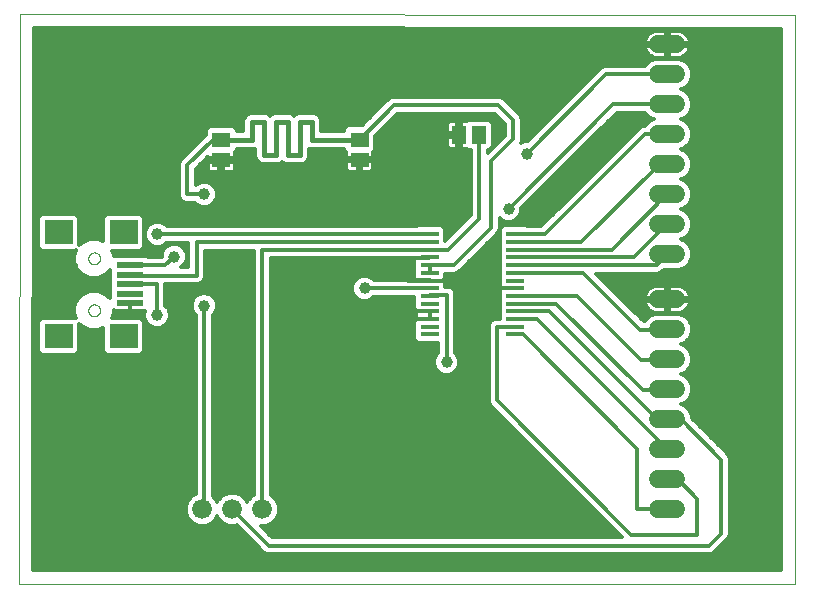
<source format=gtl>
G75*
%MOIN*%
%OFA0B0*%
%FSLAX25Y25*%
%IPPOS*%
%LPD*%
%AMOC8*
5,1,8,0,0,1.08239X$1,22.5*
%
%ADD10C,0.00000*%
%ADD11R,0.05118X0.05906*%
%ADD12R,0.05906X0.05118*%
%ADD13R,0.09449X0.07874*%
%ADD14R,0.09087X0.01969*%
%ADD15R,0.05906X0.01575*%
%ADD16C,0.06600*%
%ADD17C,0.06000*%
%ADD18C,0.01200*%
%ADD19C,0.03962*%
%ADD20C,0.01600*%
D10*
X0018920Y0021620D02*
X0019220Y0211381D01*
X0277301Y0211181D01*
X0277331Y0021640D01*
X0018920Y0021620D01*
X0041868Y0112759D02*
X0041870Y0112847D01*
X0041876Y0112935D01*
X0041886Y0113023D01*
X0041900Y0113111D01*
X0041917Y0113197D01*
X0041939Y0113283D01*
X0041964Y0113367D01*
X0041994Y0113451D01*
X0042026Y0113533D01*
X0042063Y0113613D01*
X0042103Y0113692D01*
X0042147Y0113769D01*
X0042194Y0113844D01*
X0042244Y0113916D01*
X0042298Y0113987D01*
X0042354Y0114054D01*
X0042414Y0114120D01*
X0042476Y0114182D01*
X0042542Y0114242D01*
X0042609Y0114298D01*
X0042680Y0114352D01*
X0042752Y0114402D01*
X0042827Y0114449D01*
X0042904Y0114493D01*
X0042983Y0114533D01*
X0043063Y0114570D01*
X0043145Y0114602D01*
X0043229Y0114632D01*
X0043313Y0114657D01*
X0043399Y0114679D01*
X0043485Y0114696D01*
X0043573Y0114710D01*
X0043661Y0114720D01*
X0043749Y0114726D01*
X0043837Y0114728D01*
X0043925Y0114726D01*
X0044013Y0114720D01*
X0044101Y0114710D01*
X0044189Y0114696D01*
X0044275Y0114679D01*
X0044361Y0114657D01*
X0044445Y0114632D01*
X0044529Y0114602D01*
X0044611Y0114570D01*
X0044691Y0114533D01*
X0044770Y0114493D01*
X0044847Y0114449D01*
X0044922Y0114402D01*
X0044994Y0114352D01*
X0045065Y0114298D01*
X0045132Y0114242D01*
X0045198Y0114182D01*
X0045260Y0114120D01*
X0045320Y0114054D01*
X0045376Y0113987D01*
X0045430Y0113916D01*
X0045480Y0113844D01*
X0045527Y0113769D01*
X0045571Y0113692D01*
X0045611Y0113613D01*
X0045648Y0113533D01*
X0045680Y0113451D01*
X0045710Y0113367D01*
X0045735Y0113283D01*
X0045757Y0113197D01*
X0045774Y0113111D01*
X0045788Y0113023D01*
X0045798Y0112935D01*
X0045804Y0112847D01*
X0045806Y0112759D01*
X0045804Y0112671D01*
X0045798Y0112583D01*
X0045788Y0112495D01*
X0045774Y0112407D01*
X0045757Y0112321D01*
X0045735Y0112235D01*
X0045710Y0112151D01*
X0045680Y0112067D01*
X0045648Y0111985D01*
X0045611Y0111905D01*
X0045571Y0111826D01*
X0045527Y0111749D01*
X0045480Y0111674D01*
X0045430Y0111602D01*
X0045376Y0111531D01*
X0045320Y0111464D01*
X0045260Y0111398D01*
X0045198Y0111336D01*
X0045132Y0111276D01*
X0045065Y0111220D01*
X0044994Y0111166D01*
X0044922Y0111116D01*
X0044847Y0111069D01*
X0044770Y0111025D01*
X0044691Y0110985D01*
X0044611Y0110948D01*
X0044529Y0110916D01*
X0044445Y0110886D01*
X0044361Y0110861D01*
X0044275Y0110839D01*
X0044189Y0110822D01*
X0044101Y0110808D01*
X0044013Y0110798D01*
X0043925Y0110792D01*
X0043837Y0110790D01*
X0043749Y0110792D01*
X0043661Y0110798D01*
X0043573Y0110808D01*
X0043485Y0110822D01*
X0043399Y0110839D01*
X0043313Y0110861D01*
X0043229Y0110886D01*
X0043145Y0110916D01*
X0043063Y0110948D01*
X0042983Y0110985D01*
X0042904Y0111025D01*
X0042827Y0111069D01*
X0042752Y0111116D01*
X0042680Y0111166D01*
X0042609Y0111220D01*
X0042542Y0111276D01*
X0042476Y0111336D01*
X0042414Y0111398D01*
X0042354Y0111464D01*
X0042298Y0111531D01*
X0042244Y0111602D01*
X0042194Y0111674D01*
X0042147Y0111749D01*
X0042103Y0111826D01*
X0042063Y0111905D01*
X0042026Y0111985D01*
X0041994Y0112067D01*
X0041964Y0112151D01*
X0041939Y0112235D01*
X0041917Y0112321D01*
X0041900Y0112407D01*
X0041886Y0112495D01*
X0041876Y0112583D01*
X0041870Y0112671D01*
X0041868Y0112759D01*
X0041868Y0130081D02*
X0041870Y0130169D01*
X0041876Y0130257D01*
X0041886Y0130345D01*
X0041900Y0130433D01*
X0041917Y0130519D01*
X0041939Y0130605D01*
X0041964Y0130689D01*
X0041994Y0130773D01*
X0042026Y0130855D01*
X0042063Y0130935D01*
X0042103Y0131014D01*
X0042147Y0131091D01*
X0042194Y0131166D01*
X0042244Y0131238D01*
X0042298Y0131309D01*
X0042354Y0131376D01*
X0042414Y0131442D01*
X0042476Y0131504D01*
X0042542Y0131564D01*
X0042609Y0131620D01*
X0042680Y0131674D01*
X0042752Y0131724D01*
X0042827Y0131771D01*
X0042904Y0131815D01*
X0042983Y0131855D01*
X0043063Y0131892D01*
X0043145Y0131924D01*
X0043229Y0131954D01*
X0043313Y0131979D01*
X0043399Y0132001D01*
X0043485Y0132018D01*
X0043573Y0132032D01*
X0043661Y0132042D01*
X0043749Y0132048D01*
X0043837Y0132050D01*
X0043925Y0132048D01*
X0044013Y0132042D01*
X0044101Y0132032D01*
X0044189Y0132018D01*
X0044275Y0132001D01*
X0044361Y0131979D01*
X0044445Y0131954D01*
X0044529Y0131924D01*
X0044611Y0131892D01*
X0044691Y0131855D01*
X0044770Y0131815D01*
X0044847Y0131771D01*
X0044922Y0131724D01*
X0044994Y0131674D01*
X0045065Y0131620D01*
X0045132Y0131564D01*
X0045198Y0131504D01*
X0045260Y0131442D01*
X0045320Y0131376D01*
X0045376Y0131309D01*
X0045430Y0131238D01*
X0045480Y0131166D01*
X0045527Y0131091D01*
X0045571Y0131014D01*
X0045611Y0130935D01*
X0045648Y0130855D01*
X0045680Y0130773D01*
X0045710Y0130689D01*
X0045735Y0130605D01*
X0045757Y0130519D01*
X0045774Y0130433D01*
X0045788Y0130345D01*
X0045798Y0130257D01*
X0045804Y0130169D01*
X0045806Y0130081D01*
X0045804Y0129993D01*
X0045798Y0129905D01*
X0045788Y0129817D01*
X0045774Y0129729D01*
X0045757Y0129643D01*
X0045735Y0129557D01*
X0045710Y0129473D01*
X0045680Y0129389D01*
X0045648Y0129307D01*
X0045611Y0129227D01*
X0045571Y0129148D01*
X0045527Y0129071D01*
X0045480Y0128996D01*
X0045430Y0128924D01*
X0045376Y0128853D01*
X0045320Y0128786D01*
X0045260Y0128720D01*
X0045198Y0128658D01*
X0045132Y0128598D01*
X0045065Y0128542D01*
X0044994Y0128488D01*
X0044922Y0128438D01*
X0044847Y0128391D01*
X0044770Y0128347D01*
X0044691Y0128307D01*
X0044611Y0128270D01*
X0044529Y0128238D01*
X0044445Y0128208D01*
X0044361Y0128183D01*
X0044275Y0128161D01*
X0044189Y0128144D01*
X0044101Y0128130D01*
X0044013Y0128120D01*
X0043925Y0128114D01*
X0043837Y0128112D01*
X0043749Y0128114D01*
X0043661Y0128120D01*
X0043573Y0128130D01*
X0043485Y0128144D01*
X0043399Y0128161D01*
X0043313Y0128183D01*
X0043229Y0128208D01*
X0043145Y0128238D01*
X0043063Y0128270D01*
X0042983Y0128307D01*
X0042904Y0128347D01*
X0042827Y0128391D01*
X0042752Y0128438D01*
X0042680Y0128488D01*
X0042609Y0128542D01*
X0042542Y0128598D01*
X0042476Y0128658D01*
X0042414Y0128720D01*
X0042354Y0128786D01*
X0042298Y0128853D01*
X0042244Y0128924D01*
X0042194Y0128996D01*
X0042147Y0129071D01*
X0042103Y0129148D01*
X0042063Y0129227D01*
X0042026Y0129307D01*
X0041994Y0129389D01*
X0041964Y0129473D01*
X0041939Y0129557D01*
X0041917Y0129643D01*
X0041900Y0129729D01*
X0041886Y0129817D01*
X0041876Y0129905D01*
X0041870Y0129993D01*
X0041868Y0130081D01*
D11*
X0165454Y0171220D03*
X0172146Y0171220D03*
D12*
X0132300Y0169666D03*
X0132300Y0162974D03*
X0086200Y0162874D03*
X0086200Y0169566D03*
D13*
X0053680Y0138743D03*
X0032026Y0138743D03*
X0032026Y0104097D03*
X0053680Y0104097D03*
D14*
X0055900Y0115121D03*
X0055900Y0118270D03*
X0055900Y0121420D03*
X0055900Y0124570D03*
X0055900Y0127719D03*
D15*
X0155628Y0127818D03*
X0155628Y0130377D03*
X0155628Y0132936D03*
X0155628Y0135495D03*
X0155628Y0138054D03*
X0155628Y0125259D03*
X0155628Y0122700D03*
X0155628Y0120140D03*
X0155628Y0117581D03*
X0155628Y0115022D03*
X0155628Y0112463D03*
X0155628Y0109904D03*
X0155628Y0107345D03*
X0155628Y0104786D03*
X0184172Y0104786D03*
X0184172Y0107345D03*
X0184172Y0109904D03*
X0184172Y0112463D03*
X0184172Y0115022D03*
X0184172Y0117581D03*
X0184172Y0120140D03*
X0184172Y0122700D03*
X0184172Y0125259D03*
X0184172Y0127818D03*
X0184172Y0130377D03*
X0184172Y0132936D03*
X0184172Y0135495D03*
X0184172Y0138054D03*
D16*
X0099900Y0046420D03*
X0089900Y0046420D03*
X0079900Y0046420D03*
D17*
X0231900Y0046420D02*
X0237900Y0046420D01*
X0237900Y0056420D02*
X0231900Y0056420D01*
X0231900Y0066420D02*
X0237900Y0066420D01*
X0237900Y0076420D02*
X0231900Y0076420D01*
X0231900Y0086420D02*
X0237900Y0086420D01*
X0237900Y0096420D02*
X0231900Y0096420D01*
X0231900Y0106420D02*
X0237900Y0106420D01*
X0237900Y0116420D02*
X0231900Y0116420D01*
X0231900Y0131420D02*
X0237900Y0131420D01*
X0237900Y0141420D02*
X0231900Y0141420D01*
X0231900Y0151420D02*
X0237900Y0151420D01*
X0237900Y0161420D02*
X0231900Y0161420D01*
X0231900Y0171420D02*
X0237900Y0171420D01*
X0237900Y0181420D02*
X0231900Y0181420D01*
X0231900Y0191420D02*
X0237900Y0191420D01*
X0237900Y0201420D02*
X0231900Y0201420D01*
D18*
X0234500Y0201020D02*
X0227306Y0201020D01*
X0227413Y0200343D01*
X0227637Y0199654D01*
X0227966Y0199009D01*
X0228391Y0198423D01*
X0228903Y0197911D01*
X0229489Y0197486D01*
X0230134Y0197157D01*
X0230823Y0196933D01*
X0231538Y0196820D01*
X0234500Y0196820D01*
X0234500Y0201020D01*
X0235300Y0201020D01*
X0235300Y0201820D01*
X0234500Y0201820D01*
X0234500Y0206020D01*
X0231538Y0206020D01*
X0230823Y0205907D01*
X0230134Y0205683D01*
X0229489Y0205354D01*
X0228903Y0204929D01*
X0228391Y0204417D01*
X0227966Y0203831D01*
X0227637Y0203186D01*
X0227413Y0202497D01*
X0227306Y0201820D01*
X0234500Y0201820D01*
X0234500Y0201020D01*
X0234500Y0200988D02*
X0235300Y0200988D01*
X0235300Y0201020D02*
X0235300Y0196820D01*
X0238262Y0196820D01*
X0238977Y0196933D01*
X0239666Y0197157D01*
X0240311Y0197486D01*
X0240897Y0197911D01*
X0241409Y0198423D01*
X0241834Y0199009D01*
X0242163Y0199654D01*
X0242387Y0200343D01*
X0242494Y0201020D01*
X0235300Y0201020D01*
X0235300Y0201820D02*
X0242494Y0201820D01*
X0242387Y0202497D01*
X0242163Y0203186D01*
X0241834Y0203831D01*
X0241409Y0204417D01*
X0240897Y0204929D01*
X0240311Y0205354D01*
X0239666Y0205683D01*
X0238977Y0205907D01*
X0238262Y0206020D01*
X0235300Y0206020D01*
X0235300Y0201820D01*
X0235300Y0202187D02*
X0234500Y0202187D01*
X0234500Y0203385D02*
X0235300Y0203385D01*
X0235300Y0204584D02*
X0234500Y0204584D01*
X0234500Y0205782D02*
X0235300Y0205782D01*
X0239361Y0205782D02*
X0272702Y0205782D01*
X0272702Y0206584D02*
X0272730Y0026240D01*
X0023527Y0026220D01*
X0023813Y0206777D01*
X0272702Y0206584D01*
X0272702Y0204584D02*
X0241242Y0204584D01*
X0242061Y0203385D02*
X0272702Y0203385D01*
X0272702Y0202187D02*
X0242436Y0202187D01*
X0242489Y0200988D02*
X0272702Y0200988D01*
X0272703Y0199790D02*
X0242207Y0199790D01*
X0241531Y0198591D02*
X0272703Y0198591D01*
X0272703Y0197392D02*
X0240128Y0197392D01*
X0239963Y0196194D02*
X0272703Y0196194D01*
X0272703Y0194995D02*
X0241678Y0194995D01*
X0242308Y0194366D02*
X0240846Y0195828D01*
X0238934Y0196620D01*
X0230866Y0196620D01*
X0228954Y0195828D01*
X0227492Y0194366D01*
X0227431Y0194220D01*
X0214043Y0194220D01*
X0213014Y0193794D01*
X0188321Y0169101D01*
X0187268Y0169101D01*
X0186139Y0168633D01*
X0186400Y0169263D01*
X0186400Y0176677D01*
X0185974Y0177706D01*
X0180974Y0182706D01*
X0180186Y0183494D01*
X0179157Y0183920D01*
X0143197Y0183920D01*
X0142167Y0183494D01*
X0133099Y0174426D01*
X0128436Y0174426D01*
X0127147Y0173137D01*
X0127147Y0172420D01*
X0119600Y0172420D01*
X0119600Y0176017D01*
X0119143Y0177119D01*
X0118299Y0177963D01*
X0117197Y0178420D01*
X0112003Y0178420D01*
X0110901Y0177963D01*
X0110600Y0177663D01*
X0110299Y0177963D01*
X0109197Y0178420D01*
X0104003Y0178420D01*
X0102901Y0177963D01*
X0102600Y0177663D01*
X0102299Y0177963D01*
X0101197Y0178420D01*
X0096003Y0178420D01*
X0094901Y0177963D01*
X0094057Y0177119D01*
X0093600Y0176017D01*
X0093600Y0172566D01*
X0091353Y0172566D01*
X0091353Y0173037D01*
X0090064Y0174326D01*
X0082336Y0174326D01*
X0081047Y0173037D01*
X0081047Y0171227D01*
X0073314Y0163494D01*
X0072526Y0162706D01*
X0072100Y0161677D01*
X0072100Y0152218D01*
X0072000Y0151977D01*
X0072000Y0150863D01*
X0072426Y0149834D01*
X0073214Y0149046D01*
X0074243Y0148620D01*
X0077387Y0148620D01*
X0078132Y0147875D01*
X0079668Y0147239D01*
X0081332Y0147239D01*
X0082868Y0147875D01*
X0084045Y0149052D01*
X0084681Y0150588D01*
X0084681Y0152252D01*
X0084045Y0153788D01*
X0082868Y0154965D01*
X0081332Y0155601D01*
X0079668Y0155601D01*
X0078132Y0154965D01*
X0077700Y0154533D01*
X0077700Y0159960D01*
X0081647Y0163907D01*
X0081647Y0163474D01*
X0085600Y0163474D01*
X0085600Y0162274D01*
X0081647Y0162274D01*
X0081647Y0160104D01*
X0081756Y0159697D01*
X0081967Y0159332D01*
X0082265Y0159034D01*
X0082630Y0158824D01*
X0083037Y0158714D01*
X0085600Y0158714D01*
X0085600Y0162273D01*
X0086800Y0162273D01*
X0086800Y0158714D01*
X0089363Y0158714D01*
X0089770Y0158824D01*
X0090135Y0159034D01*
X0090433Y0159332D01*
X0090644Y0159697D01*
X0090753Y0160104D01*
X0090753Y0162274D01*
X0086800Y0162274D01*
X0086800Y0163474D01*
X0090753Y0163474D01*
X0090753Y0165496D01*
X0091353Y0166096D01*
X0091353Y0166566D01*
X0095650Y0166566D01*
X0096003Y0166420D01*
X0097197Y0166420D01*
X0097600Y0166587D01*
X0097600Y0163823D01*
X0098057Y0162721D01*
X0098901Y0161877D01*
X0100003Y0161420D01*
X0105197Y0161420D01*
X0106299Y0161877D01*
X0106600Y0162177D01*
X0106901Y0161877D01*
X0108003Y0161420D01*
X0113197Y0161420D01*
X0114299Y0161877D01*
X0115143Y0162721D01*
X0115600Y0163823D01*
X0115600Y0166587D01*
X0116003Y0166420D01*
X0127147Y0166420D01*
X0127147Y0166196D01*
X0127747Y0165596D01*
X0127747Y0163574D01*
X0131700Y0163574D01*
X0131700Y0162374D01*
X0127747Y0162374D01*
X0127747Y0160204D01*
X0127856Y0159797D01*
X0128067Y0159432D01*
X0128365Y0159134D01*
X0128730Y0158924D01*
X0129137Y0158814D01*
X0131700Y0158814D01*
X0131700Y0162373D01*
X0132900Y0162373D01*
X0132900Y0158814D01*
X0135463Y0158814D01*
X0135870Y0158924D01*
X0136235Y0159134D01*
X0136533Y0159432D01*
X0136744Y0159797D01*
X0136853Y0160204D01*
X0136853Y0162374D01*
X0132900Y0162374D01*
X0132900Y0163574D01*
X0136853Y0163574D01*
X0136853Y0165596D01*
X0137453Y0166196D01*
X0137453Y0170859D01*
X0144913Y0178320D01*
X0177440Y0178320D01*
X0180800Y0174960D01*
X0180800Y0170980D01*
X0175000Y0165180D01*
X0175000Y0166067D01*
X0175617Y0166067D01*
X0176905Y0167356D01*
X0176905Y0175084D01*
X0175617Y0176373D01*
X0168676Y0176373D01*
X0168076Y0175773D01*
X0166054Y0175773D01*
X0166054Y0171820D01*
X0164854Y0171820D01*
X0164854Y0175773D01*
X0162684Y0175773D01*
X0162277Y0175664D01*
X0161912Y0175453D01*
X0161614Y0175155D01*
X0161404Y0174790D01*
X0161294Y0174383D01*
X0161294Y0171820D01*
X0164853Y0171820D01*
X0164853Y0170620D01*
X0161294Y0170620D01*
X0161294Y0168057D01*
X0161404Y0167650D01*
X0161614Y0167285D01*
X0161912Y0166987D01*
X0162277Y0166776D01*
X0162684Y0166667D01*
X0164854Y0166667D01*
X0164854Y0170620D01*
X0166054Y0170620D01*
X0166054Y0166667D01*
X0168076Y0166667D01*
X0168676Y0166067D01*
X0169400Y0166067D01*
X0169400Y0144480D01*
X0160781Y0135861D01*
X0160781Y0139753D01*
X0159492Y0141041D01*
X0151764Y0141041D01*
X0151577Y0140854D01*
X0068047Y0140854D01*
X0067302Y0141598D01*
X0065766Y0142235D01*
X0064102Y0142235D01*
X0062565Y0141598D01*
X0061389Y0140422D01*
X0060753Y0138886D01*
X0060753Y0137222D01*
X0061389Y0135685D01*
X0062565Y0134509D01*
X0064102Y0133873D01*
X0065766Y0133873D01*
X0067302Y0134509D01*
X0068047Y0135254D01*
X0075200Y0135254D01*
X0075200Y0127120D01*
X0072913Y0127120D01*
X0074045Y0128252D01*
X0074681Y0129788D01*
X0074681Y0131452D01*
X0074045Y0132988D01*
X0072868Y0134165D01*
X0071332Y0134801D01*
X0069668Y0134801D01*
X0068132Y0134165D01*
X0066955Y0132988D01*
X0066319Y0131452D01*
X0066319Y0130519D01*
X0061739Y0130519D01*
X0061355Y0130903D01*
X0050445Y0130903D01*
X0050405Y0130864D01*
X0050405Y0131388D01*
X0049901Y0132606D01*
X0059315Y0132606D01*
X0060604Y0133895D01*
X0060604Y0143591D01*
X0059315Y0144880D01*
X0048044Y0144880D01*
X0046755Y0143591D01*
X0046755Y0135982D01*
X0045144Y0136650D01*
X0042530Y0136650D01*
X0040116Y0135650D01*
X0038950Y0134484D01*
X0038950Y0143591D01*
X0037662Y0144880D01*
X0026390Y0144880D01*
X0025102Y0143591D01*
X0025102Y0133895D01*
X0026390Y0132606D01*
X0037662Y0132606D01*
X0037852Y0132796D01*
X0037269Y0131388D01*
X0037269Y0128775D01*
X0038268Y0126361D01*
X0040116Y0124513D01*
X0042530Y0123513D01*
X0045144Y0123513D01*
X0047558Y0124513D01*
X0049157Y0126112D01*
X0049157Y0116728D01*
X0047558Y0118327D01*
X0045144Y0119327D01*
X0042530Y0119327D01*
X0040116Y0118327D01*
X0038268Y0116479D01*
X0037269Y0114065D01*
X0037269Y0111452D01*
X0037852Y0110044D01*
X0037662Y0110234D01*
X0026390Y0110234D01*
X0025102Y0108945D01*
X0025102Y0099249D01*
X0026390Y0097960D01*
X0037662Y0097960D01*
X0038950Y0099249D01*
X0038950Y0108356D01*
X0040116Y0107190D01*
X0042530Y0106190D01*
X0045144Y0106190D01*
X0046755Y0106858D01*
X0046755Y0099249D01*
X0048044Y0097960D01*
X0059315Y0097960D01*
X0060604Y0099249D01*
X0060604Y0108945D01*
X0059315Y0110234D01*
X0049901Y0110234D01*
X0050405Y0111452D01*
X0050405Y0112838D01*
X0050739Y0112646D01*
X0051146Y0112537D01*
X0055900Y0112537D01*
X0060654Y0112537D01*
X0060840Y0112587D01*
X0060619Y0112052D01*
X0060619Y0110388D01*
X0061255Y0108852D01*
X0062432Y0107675D01*
X0063968Y0107039D01*
X0065632Y0107039D01*
X0067168Y0107675D01*
X0068345Y0108852D01*
X0068981Y0110388D01*
X0068981Y0112052D01*
X0068345Y0113588D01*
X0067600Y0114333D01*
X0067600Y0121520D01*
X0078557Y0121520D01*
X0079586Y0121946D01*
X0080374Y0122734D01*
X0080800Y0123763D01*
X0080800Y0132695D01*
X0097100Y0132695D01*
X0097100Y0051213D01*
X0096784Y0051083D01*
X0095237Y0049535D01*
X0094900Y0048721D01*
X0094563Y0049535D01*
X0093015Y0051083D01*
X0090994Y0051920D01*
X0088806Y0051920D01*
X0086784Y0051083D01*
X0085237Y0049535D01*
X0084900Y0048721D01*
X0084563Y0049535D01*
X0083300Y0050798D01*
X0083300Y0111107D01*
X0084045Y0111852D01*
X0084681Y0113388D01*
X0084681Y0115052D01*
X0084045Y0116588D01*
X0082868Y0117765D01*
X0081332Y0118401D01*
X0079668Y0118401D01*
X0078132Y0117765D01*
X0076955Y0116588D01*
X0076319Y0115052D01*
X0076319Y0113388D01*
X0076955Y0111852D01*
X0077700Y0111107D01*
X0077700Y0051462D01*
X0076784Y0051083D01*
X0075237Y0049535D01*
X0074400Y0047514D01*
X0074400Y0045326D01*
X0075237Y0043305D01*
X0076784Y0041757D01*
X0078806Y0040920D01*
X0080994Y0040920D01*
X0083015Y0041757D01*
X0084563Y0043305D01*
X0084900Y0044119D01*
X0085237Y0043305D01*
X0086784Y0041757D01*
X0088806Y0040920D01*
X0090994Y0040920D01*
X0091310Y0041051D01*
X0100414Y0031946D01*
X0101443Y0031520D01*
X0249457Y0031520D01*
X0250486Y0031946D01*
X0251274Y0032734D01*
X0255274Y0036734D01*
X0255700Y0037763D01*
X0255700Y0063577D01*
X0255274Y0064606D01*
X0254486Y0065394D01*
X0243100Y0076780D01*
X0243100Y0077454D01*
X0242308Y0079366D01*
X0240846Y0080828D01*
X0239417Y0081420D01*
X0240846Y0082012D01*
X0242308Y0083474D01*
X0243100Y0085386D01*
X0243100Y0087454D01*
X0242308Y0089366D01*
X0240846Y0090828D01*
X0239417Y0091420D01*
X0240846Y0092012D01*
X0242308Y0093474D01*
X0243100Y0095386D01*
X0243100Y0097454D01*
X0242308Y0099366D01*
X0240846Y0100828D01*
X0239417Y0101420D01*
X0240846Y0102012D01*
X0242308Y0103474D01*
X0243100Y0105386D01*
X0243100Y0107454D01*
X0242308Y0109366D01*
X0240846Y0110828D01*
X0238934Y0111620D01*
X0230866Y0111620D01*
X0228954Y0110828D01*
X0227492Y0109366D01*
X0227390Y0109120D01*
X0226960Y0109120D01*
X0211062Y0125018D01*
X0231855Y0125018D01*
X0232884Y0125444D01*
X0233660Y0126220D01*
X0238934Y0126220D01*
X0240846Y0127012D01*
X0242308Y0128474D01*
X0243100Y0130386D01*
X0243100Y0132454D01*
X0242308Y0134366D01*
X0240846Y0135828D01*
X0239417Y0136420D01*
X0240846Y0137012D01*
X0242308Y0138474D01*
X0243100Y0140386D01*
X0243100Y0142454D01*
X0242308Y0144366D01*
X0240846Y0145828D01*
X0239417Y0146420D01*
X0240846Y0147012D01*
X0242308Y0148474D01*
X0243100Y0150386D01*
X0243100Y0152454D01*
X0242308Y0154366D01*
X0240846Y0155828D01*
X0239417Y0156420D01*
X0240846Y0157012D01*
X0242308Y0158474D01*
X0243100Y0160386D01*
X0243100Y0162454D01*
X0242308Y0164366D01*
X0240846Y0165828D01*
X0239417Y0166420D01*
X0240846Y0167012D01*
X0242308Y0168474D01*
X0243100Y0170386D01*
X0243100Y0172454D01*
X0242308Y0174366D01*
X0240846Y0175828D01*
X0239417Y0176420D01*
X0240846Y0177012D01*
X0242308Y0178474D01*
X0243100Y0180386D01*
X0243100Y0182454D01*
X0242308Y0184366D01*
X0240846Y0185828D01*
X0239417Y0186420D01*
X0240846Y0187012D01*
X0242308Y0188474D01*
X0243100Y0190386D01*
X0243100Y0192454D01*
X0242308Y0194366D01*
X0242544Y0193797D02*
X0272704Y0193797D01*
X0272704Y0192598D02*
X0243040Y0192598D01*
X0243100Y0191400D02*
X0272704Y0191400D01*
X0272704Y0190201D02*
X0243024Y0190201D01*
X0242527Y0189003D02*
X0272704Y0189003D01*
X0272704Y0187804D02*
X0241638Y0187804D01*
X0239866Y0186606D02*
X0272705Y0186606D01*
X0272705Y0185407D02*
X0241267Y0185407D01*
X0242373Y0184209D02*
X0272705Y0184209D01*
X0272705Y0183010D02*
X0242870Y0183010D01*
X0243100Y0181812D02*
X0272705Y0181812D01*
X0272706Y0180613D02*
X0243100Y0180613D01*
X0242698Y0179415D02*
X0272706Y0179415D01*
X0272706Y0178216D02*
X0242050Y0178216D01*
X0240852Y0177018D02*
X0272706Y0177018D01*
X0272706Y0175819D02*
X0240855Y0175819D01*
X0242053Y0174621D02*
X0272707Y0174621D01*
X0272707Y0173422D02*
X0242699Y0173422D01*
X0243100Y0172224D02*
X0272707Y0172224D01*
X0272707Y0171025D02*
X0243100Y0171025D01*
X0242868Y0169827D02*
X0272707Y0169827D01*
X0272708Y0168628D02*
X0242372Y0168628D01*
X0241264Y0167430D02*
X0272708Y0167430D01*
X0272708Y0166231D02*
X0239873Y0166231D01*
X0241641Y0165033D02*
X0272708Y0165033D01*
X0272708Y0163834D02*
X0242528Y0163834D01*
X0243025Y0162636D02*
X0272708Y0162636D01*
X0272709Y0161437D02*
X0243100Y0161437D01*
X0243039Y0160239D02*
X0272709Y0160239D01*
X0272709Y0159040D02*
X0242543Y0159040D01*
X0241676Y0157842D02*
X0272709Y0157842D01*
X0272709Y0156643D02*
X0239956Y0156643D01*
X0241229Y0155445D02*
X0272710Y0155445D01*
X0272710Y0154246D02*
X0242358Y0154246D01*
X0242854Y0153048D02*
X0272710Y0153048D01*
X0272710Y0151849D02*
X0243100Y0151849D01*
X0243100Y0150651D02*
X0272710Y0150651D01*
X0272711Y0149452D02*
X0242713Y0149452D01*
X0242087Y0148254D02*
X0272711Y0148254D01*
X0272711Y0147055D02*
X0240889Y0147055D01*
X0240778Y0145857D02*
X0272711Y0145857D01*
X0272711Y0144658D02*
X0242016Y0144658D01*
X0242684Y0143459D02*
X0272712Y0143459D01*
X0272712Y0142261D02*
X0243100Y0142261D01*
X0243100Y0141062D02*
X0272712Y0141062D01*
X0272712Y0139864D02*
X0242884Y0139864D01*
X0242387Y0138665D02*
X0272712Y0138665D01*
X0272712Y0137467D02*
X0241301Y0137467D01*
X0239783Y0136268D02*
X0272713Y0136268D01*
X0272713Y0135070D02*
X0241604Y0135070D01*
X0242513Y0133871D02*
X0272713Y0133871D01*
X0272713Y0132673D02*
X0243009Y0132673D01*
X0243100Y0131474D02*
X0272713Y0131474D01*
X0272714Y0130276D02*
X0243055Y0130276D01*
X0242558Y0129077D02*
X0272714Y0129077D01*
X0272714Y0127879D02*
X0241713Y0127879D01*
X0240046Y0126680D02*
X0272714Y0126680D01*
X0272714Y0125482D02*
X0232922Y0125482D01*
X0231298Y0127818D02*
X0234900Y0131420D01*
X0231298Y0127818D02*
X0184172Y0127818D01*
X0184172Y0130377D02*
X0223857Y0130377D01*
X0234900Y0141420D01*
X0234900Y0151420D02*
X0216416Y0132936D01*
X0184172Y0132936D01*
X0184172Y0135495D02*
X0206175Y0135495D01*
X0231700Y0161020D01*
X0234500Y0161020D01*
X0221847Y0169827D02*
X0209267Y0169827D01*
X0210465Y0171025D02*
X0223045Y0171025D01*
X0224244Y0172224D02*
X0211664Y0172224D01*
X0212862Y0173422D02*
X0225442Y0173422D01*
X0225814Y0173794D02*
X0225026Y0173006D01*
X0192874Y0140854D01*
X0188223Y0140854D01*
X0188036Y0141041D01*
X0180308Y0141041D01*
X0179019Y0139753D01*
X0179019Y0121001D01*
X0179619Y0120401D01*
X0179619Y0120141D01*
X0179879Y0120141D01*
X0179879Y0120140D01*
X0179619Y0120140D01*
X0179619Y0119880D01*
X0179019Y0119280D01*
X0179019Y0110020D01*
X0177643Y0110020D01*
X0176614Y0109594D01*
X0175826Y0108806D01*
X0175400Y0107777D01*
X0175400Y0103118D01*
X0175300Y0102877D01*
X0175300Y0101763D01*
X0175400Y0101522D01*
X0175400Y0082163D01*
X0175826Y0081134D01*
X0219840Y0037120D01*
X0103160Y0037120D01*
X0099360Y0040920D01*
X0100994Y0040920D01*
X0103015Y0041757D01*
X0104563Y0043305D01*
X0105400Y0045326D01*
X0105400Y0047514D01*
X0104563Y0049535D01*
X0103015Y0051083D01*
X0102700Y0051213D01*
X0102700Y0130120D01*
X0151076Y0130120D01*
X0151076Y0130116D01*
X0150476Y0129516D01*
X0150476Y0123560D01*
X0151076Y0122960D01*
X0151076Y0122920D01*
X0137113Y0122920D01*
X0136368Y0123665D01*
X0134832Y0124301D01*
X0133168Y0124301D01*
X0131632Y0123665D01*
X0130455Y0122488D01*
X0129819Y0120952D01*
X0129819Y0119288D01*
X0130455Y0117752D01*
X0131632Y0116575D01*
X0133168Y0115939D01*
X0134832Y0115939D01*
X0136368Y0116575D01*
X0137113Y0117320D01*
X0150476Y0117320D01*
X0150476Y0113324D01*
X0151076Y0112724D01*
X0151076Y0112463D01*
X0151076Y0111465D01*
X0151151Y0111184D01*
X0151076Y0110902D01*
X0151076Y0109904D01*
X0151076Y0109644D01*
X0150476Y0109044D01*
X0150476Y0103087D01*
X0151764Y0101799D01*
X0158578Y0101799D01*
X0158574Y0098647D01*
X0157825Y0097898D01*
X0157189Y0096362D01*
X0157189Y0094698D01*
X0157825Y0093162D01*
X0159002Y0091985D01*
X0160538Y0091349D01*
X0162202Y0091349D01*
X0163738Y0091985D01*
X0164915Y0093162D01*
X0165551Y0094698D01*
X0165551Y0096362D01*
X0164915Y0097898D01*
X0164174Y0098639D01*
X0164199Y0117261D01*
X0164200Y0117263D01*
X0164200Y0117816D01*
X0164201Y0118373D01*
X0164200Y0118375D01*
X0164200Y0118377D01*
X0163988Y0118888D01*
X0163776Y0119403D01*
X0163774Y0119404D01*
X0163774Y0119406D01*
X0163383Y0119797D01*
X0162989Y0120192D01*
X0162987Y0120192D01*
X0162986Y0120194D01*
X0162473Y0120406D01*
X0161961Y0120619D01*
X0161959Y0120619D01*
X0161957Y0120620D01*
X0161404Y0120620D01*
X0160847Y0120621D01*
X0160845Y0120620D01*
X0160781Y0120620D01*
X0160781Y0121839D01*
X0160181Y0122439D01*
X0160181Y0122699D01*
X0159921Y0122699D01*
X0159921Y0122700D01*
X0160181Y0122700D01*
X0160181Y0122960D01*
X0160781Y0123560D01*
X0160781Y0125018D01*
X0164255Y0125018D01*
X0165284Y0125444D01*
X0166071Y0126232D01*
X0177786Y0137946D01*
X0178574Y0138734D01*
X0179000Y0139763D01*
X0179000Y0143607D01*
X0179632Y0142975D01*
X0181168Y0142339D01*
X0182832Y0142339D01*
X0184368Y0142975D01*
X0185545Y0144152D01*
X0186181Y0145688D01*
X0186181Y0146741D01*
X0218060Y0178620D01*
X0227431Y0178620D01*
X0227492Y0178474D01*
X0228954Y0177012D01*
X0230383Y0176420D01*
X0228954Y0175828D01*
X0227492Y0174366D01*
X0227431Y0174220D01*
X0226843Y0174220D01*
X0225814Y0173794D01*
X0227747Y0174621D02*
X0214061Y0174621D01*
X0215259Y0175819D02*
X0228945Y0175819D01*
X0228948Y0177018D02*
X0216458Y0177018D01*
X0217656Y0178216D02*
X0227750Y0178216D01*
X0234900Y0181420D02*
X0216900Y0181420D01*
X0182000Y0146520D01*
X0179148Y0143459D02*
X0179000Y0143459D01*
X0179000Y0142261D02*
X0194281Y0142261D01*
X0193083Y0141062D02*
X0179000Y0141062D01*
X0179000Y0139864D02*
X0179130Y0139864D01*
X0179019Y0138665D02*
X0178505Y0138665D01*
X0177786Y0137946D02*
X0177786Y0137946D01*
X0177307Y0137467D02*
X0179019Y0137467D01*
X0179019Y0136268D02*
X0176108Y0136268D01*
X0174910Y0135070D02*
X0179019Y0135070D01*
X0179019Y0133871D02*
X0173711Y0133871D01*
X0172513Y0132673D02*
X0179019Y0132673D01*
X0179019Y0131474D02*
X0171314Y0131474D01*
X0170116Y0130276D02*
X0179019Y0130276D01*
X0179019Y0129077D02*
X0168917Y0129077D01*
X0167719Y0127879D02*
X0179019Y0127879D01*
X0179019Y0126680D02*
X0166520Y0126680D01*
X0166071Y0126232D02*
X0166071Y0126232D01*
X0165322Y0125482D02*
X0179019Y0125482D01*
X0179019Y0124283D02*
X0160781Y0124283D01*
X0160306Y0123085D02*
X0179019Y0123085D01*
X0179019Y0121886D02*
X0160734Y0121886D01*
X0159921Y0122700D02*
X0159921Y0122700D01*
X0160781Y0120688D02*
X0179332Y0120688D01*
X0179879Y0120140D02*
X0179879Y0120140D01*
X0179228Y0119489D02*
X0163691Y0119489D01*
X0164201Y0118291D02*
X0179019Y0118291D01*
X0179019Y0117092D02*
X0164199Y0117092D01*
X0164197Y0115894D02*
X0179019Y0115894D01*
X0179019Y0114695D02*
X0164196Y0114695D01*
X0164194Y0113497D02*
X0179019Y0113497D01*
X0179019Y0112298D02*
X0164193Y0112298D01*
X0164191Y0111100D02*
X0179019Y0111100D01*
X0177356Y0109901D02*
X0164189Y0109901D01*
X0164188Y0108703D02*
X0175783Y0108703D01*
X0175400Y0107504D02*
X0164186Y0107504D01*
X0164184Y0106306D02*
X0175400Y0106306D01*
X0175400Y0105107D02*
X0164183Y0105107D01*
X0164181Y0103909D02*
X0175400Y0103909D01*
X0175300Y0102710D02*
X0164180Y0102710D01*
X0164178Y0101512D02*
X0175400Y0101512D01*
X0175400Y0100313D02*
X0164176Y0100313D01*
X0164175Y0099115D02*
X0175400Y0099115D01*
X0175400Y0097916D02*
X0164897Y0097916D01*
X0165404Y0096718D02*
X0175400Y0096718D01*
X0175400Y0095519D02*
X0165551Y0095519D01*
X0165395Y0094321D02*
X0175400Y0094321D01*
X0175400Y0093122D02*
X0164875Y0093122D01*
X0163589Y0091923D02*
X0175400Y0091923D01*
X0175400Y0090725D02*
X0102700Y0090725D01*
X0102700Y0091923D02*
X0159151Y0091923D01*
X0157865Y0093122D02*
X0102700Y0093122D01*
X0102700Y0094321D02*
X0157345Y0094321D01*
X0157189Y0095519D02*
X0102700Y0095519D01*
X0102700Y0096718D02*
X0157336Y0096718D01*
X0157843Y0097916D02*
X0102700Y0097916D01*
X0102700Y0099115D02*
X0158575Y0099115D01*
X0158576Y0100313D02*
X0102700Y0100313D01*
X0102700Y0101512D02*
X0158578Y0101512D01*
X0150853Y0102710D02*
X0102700Y0102710D01*
X0102700Y0103909D02*
X0150476Y0103909D01*
X0150476Y0105107D02*
X0102700Y0105107D01*
X0102700Y0106306D02*
X0150476Y0106306D01*
X0150476Y0107504D02*
X0102700Y0107504D01*
X0102700Y0108703D02*
X0150476Y0108703D01*
X0151076Y0109901D02*
X0102700Y0109901D01*
X0102700Y0111100D02*
X0151128Y0111100D01*
X0151076Y0109904D02*
X0151336Y0109904D01*
X0151076Y0109904D01*
X0151336Y0109904D02*
X0151336Y0109904D01*
X0149200Y0109904D02*
X0149200Y0112420D01*
X0155585Y0112420D01*
X0155628Y0112463D01*
X0155628Y0112035D02*
X0155628Y0110333D01*
X0155628Y0110333D01*
X0155628Y0112035D01*
X0155628Y0112035D01*
X0155628Y0111100D02*
X0155628Y0111100D01*
X0155628Y0109904D02*
X0149200Y0109904D01*
X0149200Y0112420D02*
X0124600Y0112420D01*
X0119500Y0120520D01*
X0125900Y0126920D01*
X0148600Y0126920D01*
X0148600Y0122720D01*
X0148600Y0122700D01*
X0155628Y0122700D01*
X0155628Y0122720D01*
X0148600Y0122720D01*
X0150951Y0123085D02*
X0136948Y0123085D01*
X0134875Y0124283D02*
X0150476Y0124283D01*
X0150476Y0125482D02*
X0102700Y0125482D01*
X0102700Y0126680D02*
X0150476Y0126680D01*
X0150476Y0127879D02*
X0102700Y0127879D01*
X0102700Y0129077D02*
X0150476Y0129077D01*
X0148600Y0130320D02*
X0148600Y0126920D01*
X0148600Y0130320D02*
X0155572Y0130320D01*
X0155628Y0130377D01*
X0155628Y0132920D02*
X0155628Y0132936D01*
X0161816Y0132936D01*
X0172200Y0143320D01*
X0172200Y0171166D01*
X0172146Y0171220D01*
X0176905Y0171025D02*
X0180800Y0171025D01*
X0180800Y0172224D02*
X0176905Y0172224D01*
X0176905Y0173422D02*
X0180800Y0173422D01*
X0180800Y0174621D02*
X0176905Y0174621D01*
X0176170Y0175819D02*
X0179941Y0175819D01*
X0178742Y0177018D02*
X0143611Y0177018D01*
X0144810Y0178216D02*
X0177544Y0178216D01*
X0178600Y0181120D02*
X0143754Y0181120D01*
X0132300Y0169666D01*
X0132200Y0169566D01*
X0137453Y0169827D02*
X0161294Y0169827D01*
X0161294Y0168628D02*
X0137453Y0168628D01*
X0137453Y0167430D02*
X0161531Y0167430D01*
X0164854Y0167430D02*
X0166054Y0167430D01*
X0166054Y0168628D02*
X0164854Y0168628D01*
X0164854Y0169827D02*
X0166054Y0169827D01*
X0164853Y0171025D02*
X0137619Y0171025D01*
X0138817Y0172224D02*
X0161294Y0172224D01*
X0161294Y0173422D02*
X0140016Y0173422D01*
X0141214Y0174621D02*
X0161358Y0174621D01*
X0164854Y0174621D02*
X0166054Y0174621D01*
X0166054Y0173422D02*
X0164854Y0173422D01*
X0164854Y0172224D02*
X0166054Y0172224D01*
X0168123Y0175819D02*
X0142413Y0175819D01*
X0138089Y0179415D02*
X0023769Y0179415D01*
X0023771Y0180613D02*
X0139287Y0180613D01*
X0140486Y0181812D02*
X0023773Y0181812D01*
X0023775Y0183010D02*
X0141684Y0183010D01*
X0136890Y0178216D02*
X0117688Y0178216D01*
X0119185Y0177018D02*
X0135692Y0177018D01*
X0134493Y0175819D02*
X0119600Y0175819D01*
X0119600Y0174621D02*
X0133295Y0174621D01*
X0127433Y0173422D02*
X0119600Y0173422D01*
X0111512Y0178216D02*
X0109688Y0178216D01*
X0103512Y0178216D02*
X0101688Y0178216D01*
X0095512Y0178216D02*
X0023768Y0178216D01*
X0023766Y0177018D02*
X0094015Y0177018D01*
X0093600Y0175819D02*
X0023764Y0175819D01*
X0023762Y0174621D02*
X0093600Y0174621D01*
X0093600Y0173422D02*
X0090967Y0173422D01*
X0086200Y0169566D02*
X0083346Y0169566D01*
X0074900Y0161120D01*
X0074900Y0151520D01*
X0074800Y0151420D01*
X0080500Y0151420D01*
X0083587Y0154246D02*
X0169400Y0154246D01*
X0169400Y0153048D02*
X0084351Y0153048D01*
X0084681Y0151849D02*
X0169400Y0151849D01*
X0169400Y0150651D02*
X0084681Y0150651D01*
X0084210Y0149452D02*
X0169400Y0149452D01*
X0169400Y0148254D02*
X0083246Y0148254D01*
X0077753Y0148254D02*
X0023720Y0148254D01*
X0023722Y0149452D02*
X0072808Y0149452D01*
X0072088Y0150651D02*
X0023724Y0150651D01*
X0023726Y0151849D02*
X0072000Y0151849D01*
X0072100Y0153048D02*
X0023728Y0153048D01*
X0023730Y0154246D02*
X0072100Y0154246D01*
X0072100Y0155445D02*
X0023732Y0155445D01*
X0023733Y0156643D02*
X0072100Y0156643D01*
X0072100Y0157842D02*
X0023735Y0157842D01*
X0023737Y0159040D02*
X0072100Y0159040D01*
X0072100Y0160239D02*
X0023739Y0160239D01*
X0023741Y0161437D02*
X0072100Y0161437D01*
X0072497Y0162636D02*
X0023743Y0162636D01*
X0023745Y0163834D02*
X0073654Y0163834D01*
X0074853Y0165033D02*
X0023747Y0165033D01*
X0023749Y0166231D02*
X0076051Y0166231D01*
X0077250Y0167430D02*
X0023750Y0167430D01*
X0023752Y0168628D02*
X0078448Y0168628D01*
X0079647Y0169827D02*
X0023754Y0169827D01*
X0023756Y0171025D02*
X0080845Y0171025D01*
X0081047Y0172224D02*
X0023758Y0172224D01*
X0023760Y0173422D02*
X0081433Y0173422D01*
X0091353Y0166231D02*
X0097600Y0166231D01*
X0097600Y0165033D02*
X0090753Y0165033D01*
X0090753Y0163834D02*
X0097600Y0163834D01*
X0098142Y0162636D02*
X0086800Y0162636D01*
X0086800Y0161437D02*
X0085600Y0161437D01*
X0085600Y0160239D02*
X0086800Y0160239D01*
X0086800Y0159040D02*
X0085600Y0159040D01*
X0082259Y0159040D02*
X0077700Y0159040D01*
X0077700Y0157842D02*
X0169400Y0157842D01*
X0169400Y0159040D02*
X0136072Y0159040D01*
X0136853Y0160239D02*
X0169400Y0160239D01*
X0169400Y0161437D02*
X0136853Y0161437D01*
X0134200Y0162774D02*
X0132300Y0162974D01*
X0132420Y0162974D01*
X0132420Y0144210D01*
X0119400Y0144210D01*
X0119400Y0144120D01*
X0128528Y0159040D02*
X0090141Y0159040D01*
X0090753Y0160239D02*
X0127747Y0160239D01*
X0127747Y0161437D02*
X0113238Y0161437D01*
X0115058Y0162636D02*
X0131700Y0162636D01*
X0131700Y0161437D02*
X0132900Y0161437D01*
X0132900Y0160239D02*
X0131700Y0160239D01*
X0131700Y0159040D02*
X0132900Y0159040D01*
X0132900Y0162636D02*
X0169400Y0162636D01*
X0169400Y0163834D02*
X0136853Y0163834D01*
X0136853Y0165033D02*
X0169400Y0165033D01*
X0168512Y0166231D02*
X0137453Y0166231D01*
X0127747Y0165033D02*
X0115600Y0165033D01*
X0115600Y0166231D02*
X0127147Y0166231D01*
X0127747Y0163834D02*
X0115600Y0163834D01*
X0107962Y0161437D02*
X0105238Y0161437D01*
X0099962Y0161437D02*
X0090753Y0161437D01*
X0085600Y0162636D02*
X0080375Y0162636D01*
X0079177Y0161437D02*
X0081647Y0161437D01*
X0081647Y0160239D02*
X0077978Y0160239D01*
X0077700Y0156643D02*
X0169400Y0156643D01*
X0169400Y0155445D02*
X0081709Y0155445D01*
X0079291Y0155445D02*
X0077700Y0155445D01*
X0081574Y0163834D02*
X0081647Y0163834D01*
X0059537Y0144658D02*
X0169400Y0144658D01*
X0169400Y0145857D02*
X0023716Y0145857D01*
X0023718Y0147055D02*
X0169400Y0147055D01*
X0168380Y0143459D02*
X0060604Y0143459D01*
X0060604Y0142261D02*
X0167181Y0142261D01*
X0165983Y0141062D02*
X0067838Y0141062D01*
X0064934Y0138054D02*
X0155628Y0138054D01*
X0155628Y0135495D02*
X0078000Y0135495D01*
X0078000Y0124320D01*
X0055900Y0124320D01*
X0055900Y0124570D01*
X0055900Y0121420D02*
X0064800Y0121420D01*
X0064800Y0111220D01*
X0060619Y0111100D02*
X0050260Y0111100D01*
X0050405Y0112298D02*
X0060721Y0112298D01*
X0060821Y0109901D02*
X0059648Y0109901D01*
X0060604Y0108703D02*
X0061404Y0108703D01*
X0060604Y0107504D02*
X0062845Y0107504D01*
X0060604Y0106306D02*
X0077700Y0106306D01*
X0077700Y0107504D02*
X0066755Y0107504D01*
X0068196Y0108703D02*
X0077700Y0108703D01*
X0077700Y0109901D02*
X0068779Y0109901D01*
X0068981Y0111100D02*
X0077700Y0111100D01*
X0076770Y0112298D02*
X0068879Y0112298D01*
X0068383Y0113497D02*
X0076319Y0113497D01*
X0076319Y0114695D02*
X0067600Y0114695D01*
X0067600Y0115894D02*
X0076668Y0115894D01*
X0077459Y0117092D02*
X0067600Y0117092D01*
X0067600Y0118291D02*
X0079402Y0118291D01*
X0081598Y0118291D02*
X0097100Y0118291D01*
X0097100Y0119489D02*
X0067600Y0119489D01*
X0067600Y0120688D02*
X0097100Y0120688D01*
X0097100Y0121886D02*
X0079441Y0121886D01*
X0080519Y0123085D02*
X0097100Y0123085D01*
X0097100Y0124283D02*
X0080800Y0124283D01*
X0080800Y0125482D02*
X0097100Y0125482D01*
X0097100Y0126680D02*
X0080800Y0126680D01*
X0080800Y0127879D02*
X0097100Y0127879D01*
X0097100Y0129077D02*
X0080800Y0129077D01*
X0080800Y0130276D02*
X0097100Y0130276D01*
X0097100Y0131474D02*
X0080800Y0131474D01*
X0080800Y0132673D02*
X0097100Y0132673D01*
X0099900Y0132920D02*
X0155628Y0132920D01*
X0155628Y0127818D02*
X0163698Y0127818D01*
X0176200Y0140320D01*
X0176200Y0162420D01*
X0183600Y0169820D01*
X0183600Y0176120D01*
X0178600Y0181120D01*
X0180669Y0183010D02*
X0202231Y0183010D01*
X0203429Y0184209D02*
X0023777Y0184209D01*
X0023779Y0185407D02*
X0204628Y0185407D01*
X0205826Y0186606D02*
X0023781Y0186606D01*
X0023783Y0187804D02*
X0207025Y0187804D01*
X0208223Y0189003D02*
X0023785Y0189003D01*
X0023787Y0190201D02*
X0209422Y0190201D01*
X0210620Y0191400D02*
X0023788Y0191400D01*
X0023790Y0192598D02*
X0211819Y0192598D01*
X0213022Y0193797D02*
X0023792Y0193797D01*
X0023794Y0194995D02*
X0228122Y0194995D01*
X0229837Y0196194D02*
X0023796Y0196194D01*
X0023798Y0197392D02*
X0229672Y0197392D01*
X0228269Y0198591D02*
X0023800Y0198591D01*
X0023802Y0199790D02*
X0227593Y0199790D01*
X0227311Y0200988D02*
X0023804Y0200988D01*
X0023805Y0202187D02*
X0227364Y0202187D01*
X0227739Y0203385D02*
X0023807Y0203385D01*
X0023809Y0204584D02*
X0228558Y0204584D01*
X0230439Y0205782D02*
X0023811Y0205782D01*
X0023714Y0144658D02*
X0026168Y0144658D01*
X0025102Y0143459D02*
X0023713Y0143459D01*
X0023711Y0142261D02*
X0025102Y0142261D01*
X0025102Y0141062D02*
X0023709Y0141062D01*
X0023707Y0139864D02*
X0025102Y0139864D01*
X0025102Y0138665D02*
X0023705Y0138665D01*
X0023703Y0137467D02*
X0025102Y0137467D01*
X0025102Y0136268D02*
X0023701Y0136268D01*
X0023699Y0135070D02*
X0025102Y0135070D01*
X0025125Y0133871D02*
X0023697Y0133871D01*
X0023696Y0132673D02*
X0026323Y0132673D01*
X0023694Y0131474D02*
X0037304Y0131474D01*
X0037269Y0130276D02*
X0023692Y0130276D01*
X0023690Y0129077D02*
X0037269Y0129077D01*
X0037640Y0127879D02*
X0023688Y0127879D01*
X0023686Y0126680D02*
X0038136Y0126680D01*
X0039147Y0125482D02*
X0023684Y0125482D01*
X0023682Y0124283D02*
X0040671Y0124283D01*
X0047003Y0124283D02*
X0049157Y0124283D01*
X0049157Y0123085D02*
X0023680Y0123085D01*
X0023678Y0121886D02*
X0049157Y0121886D01*
X0049157Y0120688D02*
X0023677Y0120688D01*
X0023675Y0119489D02*
X0049157Y0119489D01*
X0049157Y0118291D02*
X0047594Y0118291D01*
X0048793Y0117092D02*
X0049157Y0117092D01*
X0055900Y0115086D02*
X0055900Y0112537D01*
X0055900Y0115086D01*
X0055900Y0115086D01*
X0055900Y0114695D02*
X0055900Y0114695D01*
X0055900Y0113497D02*
X0055900Y0113497D01*
X0060604Y0105107D02*
X0077700Y0105107D01*
X0077700Y0103909D02*
X0060604Y0103909D01*
X0060604Y0102710D02*
X0077700Y0102710D01*
X0077700Y0101512D02*
X0060604Y0101512D01*
X0060604Y0100313D02*
X0077700Y0100313D01*
X0077700Y0099115D02*
X0060470Y0099115D01*
X0046889Y0099115D02*
X0038816Y0099115D01*
X0038950Y0100313D02*
X0046755Y0100313D01*
X0046755Y0101512D02*
X0038950Y0101512D01*
X0038950Y0102710D02*
X0046755Y0102710D01*
X0046755Y0103909D02*
X0038950Y0103909D01*
X0038950Y0105107D02*
X0046755Y0105107D01*
X0046755Y0106306D02*
X0045423Y0106306D01*
X0042251Y0106306D02*
X0038950Y0106306D01*
X0038950Y0107504D02*
X0039802Y0107504D01*
X0037414Y0111100D02*
X0023661Y0111100D01*
X0023663Y0112298D02*
X0037269Y0112298D01*
X0037269Y0113497D02*
X0023665Y0113497D01*
X0023667Y0114695D02*
X0037529Y0114695D01*
X0038026Y0115894D02*
X0023669Y0115894D01*
X0023671Y0117092D02*
X0038881Y0117092D01*
X0040080Y0118291D02*
X0023673Y0118291D01*
X0023660Y0109901D02*
X0026057Y0109901D01*
X0025102Y0108703D02*
X0023658Y0108703D01*
X0023656Y0107504D02*
X0025102Y0107504D01*
X0025102Y0106306D02*
X0023654Y0106306D01*
X0023652Y0105107D02*
X0025102Y0105107D01*
X0025102Y0103909D02*
X0023650Y0103909D01*
X0023648Y0102710D02*
X0025102Y0102710D01*
X0025102Y0101512D02*
X0023646Y0101512D01*
X0023644Y0100313D02*
X0025102Y0100313D01*
X0025236Y0099115D02*
X0023642Y0099115D01*
X0023641Y0097916D02*
X0077700Y0097916D01*
X0077700Y0096718D02*
X0023639Y0096718D01*
X0023637Y0095519D02*
X0077700Y0095519D01*
X0077700Y0094321D02*
X0023635Y0094321D01*
X0023633Y0093122D02*
X0077700Y0093122D01*
X0077700Y0091923D02*
X0023631Y0091923D01*
X0023629Y0090725D02*
X0077700Y0090725D01*
X0077700Y0089526D02*
X0023627Y0089526D01*
X0023625Y0088328D02*
X0077700Y0088328D01*
X0077700Y0087129D02*
X0023624Y0087129D01*
X0023622Y0085931D02*
X0077700Y0085931D01*
X0077700Y0084732D02*
X0023620Y0084732D01*
X0023618Y0083534D02*
X0077700Y0083534D01*
X0077700Y0082335D02*
X0023616Y0082335D01*
X0023614Y0081137D02*
X0077700Y0081137D01*
X0077700Y0079938D02*
X0023612Y0079938D01*
X0023610Y0078740D02*
X0077700Y0078740D01*
X0077700Y0077541D02*
X0023608Y0077541D01*
X0023606Y0076343D02*
X0077700Y0076343D01*
X0077700Y0075144D02*
X0023605Y0075144D01*
X0023603Y0073946D02*
X0077700Y0073946D01*
X0077700Y0072747D02*
X0023601Y0072747D01*
X0023599Y0071549D02*
X0077700Y0071549D01*
X0077700Y0070350D02*
X0023597Y0070350D01*
X0023595Y0069152D02*
X0077700Y0069152D01*
X0077700Y0067953D02*
X0023593Y0067953D01*
X0023591Y0066755D02*
X0077700Y0066755D01*
X0077700Y0065556D02*
X0023589Y0065556D01*
X0023588Y0064358D02*
X0077700Y0064358D01*
X0077700Y0063159D02*
X0023586Y0063159D01*
X0023584Y0061961D02*
X0077700Y0061961D01*
X0077700Y0060762D02*
X0023582Y0060762D01*
X0023580Y0059564D02*
X0077700Y0059564D01*
X0077700Y0058365D02*
X0023578Y0058365D01*
X0023576Y0057167D02*
X0077700Y0057167D01*
X0077700Y0055968D02*
X0023574Y0055968D01*
X0023572Y0054770D02*
X0077700Y0054770D01*
X0077700Y0053571D02*
X0023570Y0053571D01*
X0023569Y0052373D02*
X0077700Y0052373D01*
X0077005Y0051174D02*
X0023567Y0051174D01*
X0023565Y0049976D02*
X0075677Y0049976D01*
X0074923Y0048777D02*
X0023563Y0048777D01*
X0023561Y0047579D02*
X0074427Y0047579D01*
X0074400Y0046380D02*
X0023559Y0046380D01*
X0023557Y0045182D02*
X0074460Y0045182D01*
X0074956Y0043983D02*
X0023555Y0043983D01*
X0023553Y0042785D02*
X0075757Y0042785D01*
X0077198Y0041586D02*
X0023552Y0041586D01*
X0023550Y0040388D02*
X0091973Y0040388D01*
X0093171Y0039189D02*
X0023548Y0039189D01*
X0023546Y0037990D02*
X0094370Y0037990D01*
X0095568Y0036792D02*
X0023544Y0036792D01*
X0023542Y0035593D02*
X0096767Y0035593D01*
X0097965Y0034395D02*
X0023540Y0034395D01*
X0023538Y0033196D02*
X0099164Y0033196D01*
X0100362Y0031998D02*
X0023536Y0031998D01*
X0023534Y0030799D02*
X0272729Y0030799D01*
X0272730Y0029601D02*
X0023533Y0029601D01*
X0023531Y0028402D02*
X0272730Y0028402D01*
X0272730Y0027204D02*
X0023529Y0027204D01*
X0079900Y0046420D02*
X0080500Y0047020D01*
X0080500Y0114220D01*
X0083541Y0117092D02*
X0097100Y0117092D01*
X0097100Y0115894D02*
X0084332Y0115894D01*
X0084681Y0114695D02*
X0097100Y0114695D01*
X0097100Y0113497D02*
X0084681Y0113497D01*
X0084230Y0112298D02*
X0097100Y0112298D01*
X0097100Y0111100D02*
X0083300Y0111100D01*
X0083300Y0109901D02*
X0097100Y0109901D01*
X0097100Y0108703D02*
X0083300Y0108703D01*
X0083300Y0107504D02*
X0097100Y0107504D01*
X0097100Y0106306D02*
X0083300Y0106306D01*
X0083300Y0105107D02*
X0097100Y0105107D01*
X0097100Y0103909D02*
X0083300Y0103909D01*
X0083300Y0102710D02*
X0097100Y0102710D01*
X0097100Y0101512D02*
X0083300Y0101512D01*
X0083300Y0100313D02*
X0097100Y0100313D01*
X0097100Y0099115D02*
X0083300Y0099115D01*
X0083300Y0097916D02*
X0097100Y0097916D01*
X0097100Y0096718D02*
X0083300Y0096718D01*
X0083300Y0095519D02*
X0097100Y0095519D01*
X0097100Y0094321D02*
X0083300Y0094321D01*
X0083300Y0093122D02*
X0097100Y0093122D01*
X0097100Y0091923D02*
X0083300Y0091923D01*
X0083300Y0090725D02*
X0097100Y0090725D01*
X0097100Y0089526D02*
X0083300Y0089526D01*
X0083300Y0088328D02*
X0097100Y0088328D01*
X0097100Y0087129D02*
X0083300Y0087129D01*
X0083300Y0085931D02*
X0097100Y0085931D01*
X0097100Y0084732D02*
X0083300Y0084732D01*
X0083300Y0083534D02*
X0097100Y0083534D01*
X0097100Y0082335D02*
X0083300Y0082335D01*
X0083300Y0081137D02*
X0097100Y0081137D01*
X0097100Y0079938D02*
X0083300Y0079938D01*
X0083300Y0078740D02*
X0097100Y0078740D01*
X0097100Y0077541D02*
X0083300Y0077541D01*
X0083300Y0076343D02*
X0097100Y0076343D01*
X0097100Y0075144D02*
X0083300Y0075144D01*
X0083300Y0073946D02*
X0097100Y0073946D01*
X0097100Y0072747D02*
X0083300Y0072747D01*
X0083300Y0071549D02*
X0097100Y0071549D01*
X0097100Y0070350D02*
X0083300Y0070350D01*
X0083300Y0069152D02*
X0097100Y0069152D01*
X0097100Y0067953D02*
X0083300Y0067953D01*
X0083300Y0066755D02*
X0097100Y0066755D01*
X0097100Y0065556D02*
X0083300Y0065556D01*
X0083300Y0064358D02*
X0097100Y0064358D01*
X0097100Y0063159D02*
X0083300Y0063159D01*
X0083300Y0061961D02*
X0097100Y0061961D01*
X0097100Y0060762D02*
X0083300Y0060762D01*
X0083300Y0059564D02*
X0097100Y0059564D01*
X0097100Y0058365D02*
X0083300Y0058365D01*
X0083300Y0057167D02*
X0097100Y0057167D01*
X0097100Y0055968D02*
X0083300Y0055968D01*
X0083300Y0054770D02*
X0097100Y0054770D01*
X0097100Y0053571D02*
X0083300Y0053571D01*
X0083300Y0052373D02*
X0097100Y0052373D01*
X0097005Y0051174D02*
X0092795Y0051174D01*
X0094123Y0049976D02*
X0095677Y0049976D01*
X0094923Y0048777D02*
X0094877Y0048777D01*
X0089900Y0046420D02*
X0102000Y0034320D01*
X0248900Y0034320D01*
X0252900Y0038320D01*
X0252900Y0063020D01*
X0239500Y0076420D01*
X0242568Y0078740D02*
X0272722Y0078740D01*
X0272722Y0079938D02*
X0241736Y0079938D01*
X0240101Y0081137D02*
X0272721Y0081137D01*
X0272721Y0082335D02*
X0241169Y0082335D01*
X0242333Y0083534D02*
X0272721Y0083534D01*
X0272721Y0084732D02*
X0242829Y0084732D01*
X0243100Y0085931D02*
X0272721Y0085931D01*
X0272720Y0087129D02*
X0243100Y0087129D01*
X0242738Y0088328D02*
X0272720Y0088328D01*
X0272720Y0089526D02*
X0242147Y0089526D01*
X0240949Y0090725D02*
X0272720Y0090725D01*
X0272720Y0091923D02*
X0240633Y0091923D01*
X0241956Y0093122D02*
X0272719Y0093122D01*
X0272719Y0094321D02*
X0242659Y0094321D01*
X0243100Y0095519D02*
X0272719Y0095519D01*
X0272719Y0096718D02*
X0243100Y0096718D01*
X0242909Y0097916D02*
X0272719Y0097916D01*
X0272719Y0099115D02*
X0242412Y0099115D01*
X0241361Y0100313D02*
X0272718Y0100313D01*
X0272718Y0101512D02*
X0239638Y0101512D01*
X0241544Y0102710D02*
X0272718Y0102710D01*
X0272718Y0103909D02*
X0242488Y0103909D01*
X0242985Y0105107D02*
X0272718Y0105107D01*
X0272717Y0106306D02*
X0243100Y0106306D01*
X0243079Y0107504D02*
X0272717Y0107504D01*
X0272717Y0108703D02*
X0242583Y0108703D01*
X0241773Y0109901D02*
X0272717Y0109901D01*
X0272717Y0111100D02*
X0240191Y0111100D01*
X0239666Y0112157D02*
X0238977Y0111933D01*
X0238262Y0111820D01*
X0235300Y0111820D01*
X0235300Y0116020D01*
X0235300Y0116820D01*
X0234500Y0116820D01*
X0234500Y0121020D01*
X0231538Y0121020D01*
X0230823Y0120907D01*
X0230134Y0120683D01*
X0229489Y0120354D01*
X0228903Y0119929D01*
X0228391Y0119417D01*
X0227966Y0118831D01*
X0227637Y0118186D01*
X0227413Y0117497D01*
X0227306Y0116820D01*
X0234500Y0116820D01*
X0234500Y0116020D01*
X0235300Y0116020D01*
X0242494Y0116020D01*
X0242387Y0115343D01*
X0242163Y0114654D01*
X0241834Y0114009D01*
X0241409Y0113423D01*
X0240897Y0112911D01*
X0240311Y0112486D01*
X0239666Y0112157D01*
X0239943Y0112298D02*
X0272716Y0112298D01*
X0272716Y0113497D02*
X0241462Y0113497D01*
X0242176Y0114695D02*
X0272716Y0114695D01*
X0272716Y0115894D02*
X0242474Y0115894D01*
X0242494Y0116820D02*
X0242387Y0117497D01*
X0242163Y0118186D01*
X0241834Y0118831D01*
X0241409Y0119417D01*
X0240897Y0119929D01*
X0240311Y0120354D01*
X0239666Y0120683D01*
X0238977Y0120907D01*
X0238262Y0121020D01*
X0235300Y0121020D01*
X0235300Y0116820D01*
X0242494Y0116820D01*
X0242451Y0117092D02*
X0272716Y0117092D01*
X0272716Y0118291D02*
X0242110Y0118291D01*
X0241336Y0119489D02*
X0272715Y0119489D01*
X0272715Y0120688D02*
X0239651Y0120688D01*
X0235300Y0120688D02*
X0234500Y0120688D01*
X0234500Y0119489D02*
X0235300Y0119489D01*
X0235300Y0118291D02*
X0234500Y0118291D01*
X0234500Y0117092D02*
X0235300Y0117092D01*
X0235300Y0115894D02*
X0234500Y0115894D01*
X0234500Y0116020D02*
X0234500Y0111820D01*
X0231538Y0111820D01*
X0230823Y0111933D01*
X0230134Y0112157D01*
X0229489Y0112486D01*
X0228903Y0112911D01*
X0228391Y0113423D01*
X0227966Y0114009D01*
X0227637Y0114654D01*
X0227413Y0115343D01*
X0227306Y0116020D01*
X0234500Y0116020D01*
X0234500Y0114695D02*
X0235300Y0114695D01*
X0235300Y0113497D02*
X0234500Y0113497D01*
X0234500Y0112298D02*
X0235300Y0112298D01*
X0229857Y0112298D02*
X0223782Y0112298D01*
X0224980Y0111100D02*
X0229609Y0111100D01*
X0228027Y0109901D02*
X0226179Y0109901D01*
X0228338Y0113497D02*
X0222583Y0113497D01*
X0221385Y0114695D02*
X0227624Y0114695D01*
X0227326Y0115894D02*
X0220186Y0115894D01*
X0218988Y0117092D02*
X0227349Y0117092D01*
X0227690Y0118291D02*
X0217789Y0118291D01*
X0216591Y0119489D02*
X0228464Y0119489D01*
X0230149Y0120688D02*
X0215392Y0120688D01*
X0214194Y0121886D02*
X0272715Y0121886D01*
X0272715Y0123085D02*
X0212995Y0123085D01*
X0211796Y0124283D02*
X0272715Y0124283D01*
X0234800Y0106320D02*
X0225800Y0106320D01*
X0206861Y0125259D01*
X0184172Y0125259D01*
X0184172Y0120140D02*
X0184151Y0120120D01*
X0177900Y0120120D01*
X0175320Y0122700D01*
X0155628Y0122700D01*
X0155628Y0120140D02*
X0155608Y0120120D01*
X0134000Y0120120D01*
X0136885Y0117092D02*
X0150476Y0117092D01*
X0150476Y0115894D02*
X0102700Y0115894D01*
X0102700Y0117092D02*
X0131115Y0117092D01*
X0130232Y0118291D02*
X0102700Y0118291D01*
X0102700Y0119489D02*
X0129819Y0119489D01*
X0129819Y0120688D02*
X0102700Y0120688D01*
X0102700Y0121886D02*
X0130206Y0121886D01*
X0131052Y0123085D02*
X0102700Y0123085D01*
X0102700Y0124283D02*
X0133125Y0124283D01*
X0150476Y0114695D02*
X0102700Y0114695D01*
X0102700Y0113497D02*
X0150476Y0113497D01*
X0151076Y0112463D02*
X0151336Y0112463D01*
X0151076Y0112463D01*
X0151076Y0112298D02*
X0102700Y0112298D01*
X0099900Y0132920D02*
X0099900Y0046420D01*
X0104123Y0049976D02*
X0206985Y0049976D01*
X0208183Y0048777D02*
X0104877Y0048777D01*
X0105373Y0047579D02*
X0209382Y0047579D01*
X0210580Y0046380D02*
X0105400Y0046380D01*
X0105340Y0045182D02*
X0211779Y0045182D01*
X0212977Y0043983D02*
X0104844Y0043983D01*
X0104043Y0042785D02*
X0214176Y0042785D01*
X0215374Y0041586D02*
X0102602Y0041586D01*
X0101091Y0039189D02*
X0217771Y0039189D01*
X0216573Y0040388D02*
X0099892Y0040388D01*
X0102289Y0037990D02*
X0218970Y0037990D01*
X0222900Y0038020D02*
X0178200Y0082720D01*
X0178200Y0102320D01*
X0178200Y0107220D01*
X0184046Y0107220D01*
X0184172Y0104786D02*
X0186724Y0104786D01*
X0224890Y0066620D01*
X0224890Y0061630D01*
X0224900Y0061620D01*
X0224900Y0046620D01*
X0234700Y0046620D01*
X0238300Y0056420D02*
X0244700Y0050020D01*
X0244700Y0037920D01*
X0222900Y0037920D01*
X0222900Y0038020D01*
X0205786Y0051174D02*
X0102795Y0051174D01*
X0102700Y0052373D02*
X0204588Y0052373D01*
X0203389Y0053571D02*
X0102700Y0053571D01*
X0102700Y0054770D02*
X0202191Y0054770D01*
X0200992Y0055968D02*
X0102700Y0055968D01*
X0102700Y0057167D02*
X0199794Y0057167D01*
X0198595Y0058365D02*
X0102700Y0058365D01*
X0102700Y0059564D02*
X0197397Y0059564D01*
X0196198Y0060762D02*
X0102700Y0060762D01*
X0102700Y0061961D02*
X0194999Y0061961D01*
X0193801Y0063159D02*
X0102700Y0063159D01*
X0102700Y0064358D02*
X0192602Y0064358D01*
X0191404Y0065556D02*
X0102700Y0065556D01*
X0102700Y0066755D02*
X0190205Y0066755D01*
X0189007Y0067953D02*
X0102700Y0067953D01*
X0102700Y0069152D02*
X0187808Y0069152D01*
X0186610Y0070350D02*
X0102700Y0070350D01*
X0102700Y0071549D02*
X0185411Y0071549D01*
X0184213Y0072747D02*
X0102700Y0072747D01*
X0102700Y0073946D02*
X0183014Y0073946D01*
X0181816Y0075144D02*
X0102700Y0075144D01*
X0102700Y0076343D02*
X0180617Y0076343D01*
X0179419Y0077541D02*
X0102700Y0077541D01*
X0102700Y0078740D02*
X0178220Y0078740D01*
X0177022Y0079938D02*
X0102700Y0079938D01*
X0102700Y0081137D02*
X0175825Y0081137D01*
X0175400Y0082335D02*
X0102700Y0082335D01*
X0102700Y0083534D02*
X0175400Y0083534D01*
X0175400Y0084732D02*
X0102700Y0084732D01*
X0102700Y0085931D02*
X0175400Y0085931D01*
X0175400Y0087129D02*
X0102700Y0087129D01*
X0102700Y0088328D02*
X0175400Y0088328D01*
X0175400Y0089526D02*
X0102700Y0089526D01*
X0151336Y0112463D02*
X0151336Y0112463D01*
X0155628Y0117581D02*
X0155867Y0117820D01*
X0161400Y0117820D01*
X0161370Y0095530D01*
X0178100Y0102320D02*
X0178200Y0102320D01*
X0184172Y0109904D02*
X0191416Y0109904D01*
X0234900Y0066420D01*
X0234710Y0076230D02*
X0231790Y0076230D01*
X0195557Y0112463D01*
X0184172Y0112463D01*
X0184172Y0115022D02*
X0197898Y0115022D01*
X0226700Y0086220D01*
X0234700Y0086220D01*
X0243064Y0077541D02*
X0272722Y0077541D01*
X0272722Y0076343D02*
X0243537Y0076343D01*
X0244735Y0075144D02*
X0272722Y0075144D01*
X0272723Y0073946D02*
X0245934Y0073946D01*
X0247132Y0072747D02*
X0272723Y0072747D01*
X0272723Y0071549D02*
X0248331Y0071549D01*
X0249529Y0070350D02*
X0272723Y0070350D01*
X0272723Y0069152D02*
X0250728Y0069152D01*
X0251927Y0067953D02*
X0272723Y0067953D01*
X0272724Y0066755D02*
X0253125Y0066755D01*
X0254324Y0065556D02*
X0272724Y0065556D01*
X0272724Y0064358D02*
X0255377Y0064358D01*
X0255700Y0063159D02*
X0272724Y0063159D01*
X0272724Y0061961D02*
X0255700Y0061961D01*
X0255700Y0060762D02*
X0272725Y0060762D01*
X0272725Y0059564D02*
X0255700Y0059564D01*
X0255700Y0058365D02*
X0272725Y0058365D01*
X0272725Y0057167D02*
X0255700Y0057167D01*
X0255700Y0055968D02*
X0272725Y0055968D01*
X0272726Y0054770D02*
X0255700Y0054770D01*
X0255700Y0053571D02*
X0272726Y0053571D01*
X0272726Y0052373D02*
X0255700Y0052373D01*
X0255700Y0051174D02*
X0272726Y0051174D01*
X0272726Y0049976D02*
X0255700Y0049976D01*
X0255700Y0048777D02*
X0272727Y0048777D01*
X0272727Y0047579D02*
X0255700Y0047579D01*
X0255700Y0046380D02*
X0272727Y0046380D01*
X0272727Y0045182D02*
X0255700Y0045182D01*
X0255700Y0043983D02*
X0272727Y0043983D01*
X0272727Y0042785D02*
X0255700Y0042785D01*
X0255700Y0041586D02*
X0272728Y0041586D01*
X0272728Y0040388D02*
X0255700Y0040388D01*
X0255700Y0039189D02*
X0272728Y0039189D01*
X0272728Y0037990D02*
X0255700Y0037990D01*
X0255298Y0036792D02*
X0272728Y0036792D01*
X0272729Y0035593D02*
X0254133Y0035593D01*
X0252935Y0034395D02*
X0272729Y0034395D01*
X0272729Y0033196D02*
X0251736Y0033196D01*
X0250538Y0031998D02*
X0272729Y0031998D01*
X0234710Y0076230D02*
X0234900Y0076420D01*
X0234700Y0096220D02*
X0226000Y0096220D01*
X0204639Y0117581D01*
X0184172Y0117581D01*
X0161189Y0136268D02*
X0160781Y0136268D01*
X0160781Y0137467D02*
X0162387Y0137467D01*
X0163586Y0138665D02*
X0160781Y0138665D01*
X0160670Y0139864D02*
X0164784Y0139864D01*
X0155628Y0127818D02*
X0155628Y0125259D01*
X0184172Y0138054D02*
X0194034Y0138054D01*
X0227400Y0171420D01*
X0234900Y0171420D01*
X0220648Y0168628D02*
X0208068Y0168628D01*
X0206870Y0167430D02*
X0219450Y0167430D01*
X0218251Y0166231D02*
X0205671Y0166231D01*
X0204472Y0165033D02*
X0217053Y0165033D01*
X0215854Y0163834D02*
X0203274Y0163834D01*
X0202075Y0162636D02*
X0214656Y0162636D01*
X0213457Y0161437D02*
X0200877Y0161437D01*
X0199678Y0160239D02*
X0212259Y0160239D01*
X0211060Y0159040D02*
X0198480Y0159040D01*
X0197281Y0157842D02*
X0209862Y0157842D01*
X0208663Y0156643D02*
X0196083Y0156643D01*
X0194884Y0155445D02*
X0207465Y0155445D01*
X0206266Y0154246D02*
X0193686Y0154246D01*
X0192487Y0153048D02*
X0205068Y0153048D01*
X0203869Y0151849D02*
X0191289Y0151849D01*
X0190090Y0150651D02*
X0202671Y0150651D01*
X0201472Y0149452D02*
X0188892Y0149452D01*
X0187693Y0148254D02*
X0200274Y0148254D01*
X0199075Y0147055D02*
X0186495Y0147055D01*
X0186181Y0145857D02*
X0197877Y0145857D01*
X0196678Y0144658D02*
X0185754Y0144658D01*
X0184852Y0143459D02*
X0195480Y0143459D01*
X0188100Y0164920D02*
X0214600Y0191420D01*
X0234900Y0191420D01*
X0234500Y0197392D02*
X0235300Y0197392D01*
X0235300Y0198591D02*
X0234500Y0198591D01*
X0234500Y0199790D02*
X0235300Y0199790D01*
X0201032Y0181812D02*
X0181868Y0181812D01*
X0183066Y0180613D02*
X0199834Y0180613D01*
X0198635Y0179415D02*
X0184265Y0179415D01*
X0185463Y0178216D02*
X0197437Y0178216D01*
X0196238Y0177018D02*
X0186259Y0177018D01*
X0186400Y0175819D02*
X0195039Y0175819D01*
X0193841Y0174621D02*
X0186400Y0174621D01*
X0186400Y0173422D02*
X0192642Y0173422D01*
X0191444Y0172224D02*
X0186400Y0172224D01*
X0186400Y0171025D02*
X0190245Y0171025D01*
X0189047Y0169827D02*
X0186400Y0169827D01*
X0179647Y0169827D02*
X0176905Y0169827D01*
X0176905Y0168628D02*
X0178448Y0168628D01*
X0177250Y0167430D02*
X0176905Y0167430D01*
X0176051Y0166231D02*
X0175781Y0166231D01*
X0075200Y0135070D02*
X0067863Y0135070D01*
X0067838Y0133871D02*
X0060581Y0133871D01*
X0060604Y0135070D02*
X0062005Y0135070D01*
X0061148Y0136268D02*
X0060604Y0136268D01*
X0060604Y0137467D02*
X0060753Y0137467D01*
X0060753Y0138665D02*
X0060604Y0138665D01*
X0060604Y0139864D02*
X0061158Y0139864D01*
X0060604Y0141062D02*
X0062029Y0141062D01*
X0059382Y0132673D02*
X0066825Y0132673D01*
X0066328Y0131474D02*
X0050370Y0131474D01*
X0046755Y0136268D02*
X0046065Y0136268D01*
X0046755Y0137467D02*
X0038950Y0137467D01*
X0038950Y0138665D02*
X0046755Y0138665D01*
X0046755Y0139864D02*
X0038950Y0139864D01*
X0038950Y0141062D02*
X0046755Y0141062D01*
X0046755Y0142261D02*
X0038950Y0142261D01*
X0038950Y0143459D02*
X0046755Y0143459D01*
X0047822Y0144658D02*
X0037884Y0144658D01*
X0038950Y0136268D02*
X0041609Y0136268D01*
X0039536Y0135070D02*
X0038950Y0135070D01*
X0037801Y0132673D02*
X0037729Y0132673D01*
X0048527Y0125482D02*
X0049157Y0125482D01*
X0055900Y0127719D02*
X0067599Y0127719D01*
X0070500Y0130620D01*
X0074387Y0129077D02*
X0075200Y0129077D01*
X0075200Y0127879D02*
X0073672Y0127879D01*
X0074681Y0130276D02*
X0075200Y0130276D01*
X0075200Y0131474D02*
X0074672Y0131474D01*
X0074175Y0132673D02*
X0075200Y0132673D01*
X0075200Y0133871D02*
X0073162Y0133871D01*
X0083300Y0051174D02*
X0087005Y0051174D01*
X0085677Y0049976D02*
X0084123Y0049976D01*
X0084877Y0048777D02*
X0084923Y0048777D01*
X0084844Y0043983D02*
X0084956Y0043983D01*
X0085757Y0042785D02*
X0084043Y0042785D01*
X0082602Y0041586D02*
X0087198Y0041586D01*
D19*
X0050860Y0084350D03*
X0064800Y0111220D03*
X0080500Y0114220D03*
X0070500Y0130620D03*
X0064934Y0138054D03*
X0080500Y0151420D03*
X0052420Y0158090D03*
X0119400Y0144120D03*
X0119500Y0120520D03*
X0134000Y0120120D03*
X0161370Y0095530D03*
X0182000Y0146520D03*
X0188100Y0164920D03*
D20*
X0234500Y0161020D02*
X0234900Y0161420D01*
X0234900Y0106420D02*
X0234800Y0106320D01*
X0234900Y0096420D02*
X0234700Y0096220D01*
X0234900Y0086420D02*
X0234700Y0086220D01*
X0234900Y0076420D02*
X0239500Y0076420D01*
X0234900Y0076420D02*
X0234500Y0076020D01*
X0234900Y0056420D02*
X0238300Y0056420D01*
X0234700Y0046620D02*
X0234900Y0046420D01*
X0112600Y0164420D02*
X0108600Y0164420D01*
X0108600Y0175420D01*
X0104600Y0175420D01*
X0104600Y0164420D01*
X0100600Y0164420D01*
X0100600Y0175420D01*
X0096600Y0175420D01*
X0096600Y0169566D01*
X0096600Y0169420D01*
X0096600Y0169566D02*
X0086200Y0169566D01*
X0112600Y0164420D02*
X0112600Y0175420D01*
X0116600Y0175420D01*
X0116600Y0169420D01*
X0132300Y0169420D01*
X0132300Y0169666D01*
M02*

</source>
